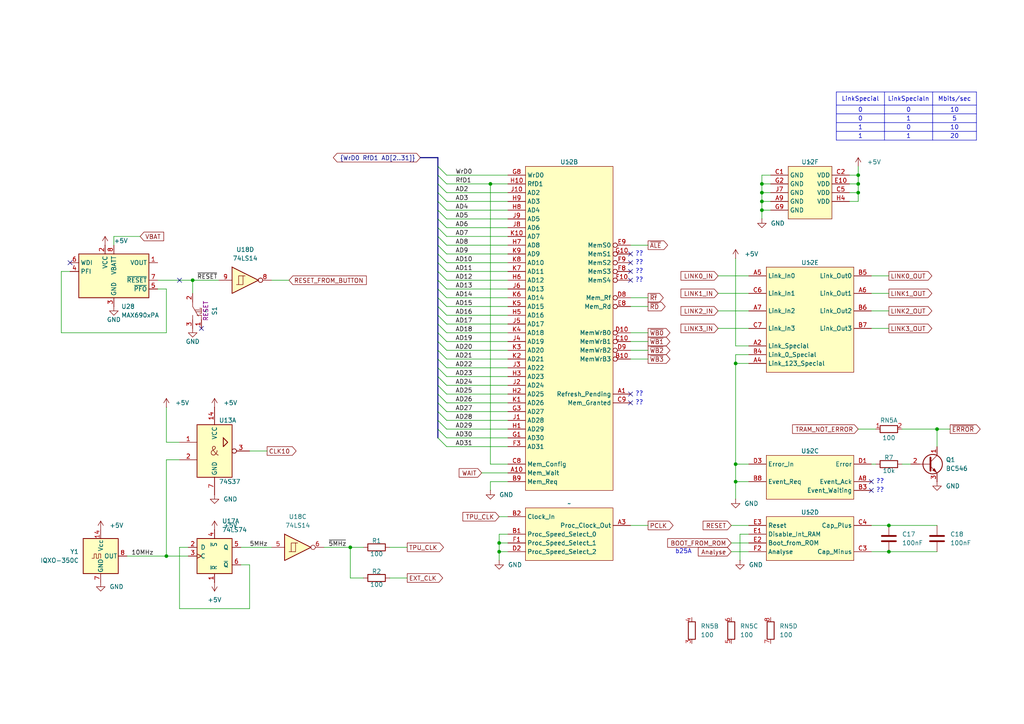
<source format=kicad_sch>
(kicad_sch (version 20250114) (generator "eeschema") (generator_version "9.0")
  (paper "A4")
  (title_block (title "TPU"))
  (lib_symbols
    (symbol "74xx:74LS14" (pin_names (offset 1.016))
      (property "Reference" "U" (at 0 1.27 0))
      (property "Value" "74LS14" (at 0 -1.27 0))
      (symbol "74LS14_1_0"
        (polyline (pts (xy -3.81 3.81) (xy -3.81 -3.81) (xy 3.81 0) (xy -3.81 3.81)) (stroke (width 0.254)) (fill (type background)))
        (pin input line (at -7.62 0 0) (length 3.81) (name "~") (number "1"))
        (pin output inverted (at 7.62 0 180) (length 3.81) (name "~") (number "2"))
      )
      (symbol "74LS14_1_1"
        (polyline (pts (xy -2.54 -1.27) (xy -0.635 -1.27) (xy -0.635 1.27) (xy 0 1.27)))
        (polyline (pts (xy -1.905 -1.27) (xy -1.905 1.27) (xy -0.635 1.27)))
      )
      (symbol "74LS14_2_0"
        (polyline (pts (xy -3.81 3.81) (xy -3.81 -3.81) (xy 3.81 0) (xy -3.81 3.81)) (stroke (width 0.254)) (fill (type background)))
        (pin input line (at -7.62 0 0) (length 3.81) (name "~") (number "3"))
        (pin output inverted (at 7.62 0 180) (length 3.81) (name "~") (number "4"))
      )
      (symbol "74LS14_2_1"
        (polyline (pts (xy -2.54 -1.27) (xy -0.635 -1.27) (xy -0.635 1.27) (xy 0 1.27)))
        (polyline (pts (xy -1.905 -1.27) (xy -1.905 1.27) (xy -0.635 1.27)))
      )
      (symbol "74LS14_3_0"
        (polyline (pts (xy -3.81 3.81) (xy -3.81 -3.81) (xy 3.81 0) (xy -3.81 3.81)) (stroke (width 0.254)) (fill (type background)))
        (pin input line (at -7.62 0 0) (length 3.81) (name "~") (number "5"))
        (pin output inverted (at 7.62 0 180) (length 3.81) (name "~") (number "6"))
      )
      (symbol "74LS14_3_1"
        (polyline (pts (xy -2.54 -1.27) (xy -0.635 -1.27) (xy -0.635 1.27) (xy 0 1.27)))
        (polyline (pts (xy -1.905 -1.27) (xy -1.905 1.27) (xy -0.635 1.27)))
      )
      (symbol "74LS14_4_0"
        (polyline (pts (xy -3.81 3.81) (xy -3.81 -3.81) (xy 3.81 0) (xy -3.81 3.81)) (stroke (width 0.254)) (fill (type background)))
        (pin input line (at -7.62 0 0) (length 3.81) (name "~") (number "9"))
        (pin output inverted (at 7.62 0 180) (length 3.81) (name "~") (number "8"))
      )
      (symbol "74LS14_4_1"
        (polyline (pts (xy -2.54 -1.27) (xy -0.635 -1.27) (xy -0.635 1.27) (xy 0 1.27)))
        (polyline (pts (xy -1.905 -1.27) (xy -1.905 1.27) (xy -0.635 1.27)))
      )
      (symbol "74LS14_5_0"
        (polyline (pts (xy -3.81 3.81) (xy -3.81 -3.81) (xy 3.81 0) (xy -3.81 3.81)) (stroke (width 0.254)) (fill (type background)))
        (pin input line (at -7.62 0 0) (length 3.81) (name "~") (number "11"))
        (pin output inverted (at 7.62 0 180) (length 3.81) (name "~") (number "10"))
      )
      (symbol "74LS14_5_1"
        (polyline (pts (xy -2.54 -1.27) (xy -0.635 -1.27) (xy -0.635 1.27) (xy 0 1.27)))
        (polyline (pts (xy -1.905 -1.27) (xy -1.905 1.27) (xy -0.635 1.27)))
      )
      (symbol "74LS14_6_0"
        (polyline (pts (xy -3.81 3.81) (xy -3.81 -3.81) (xy 3.81 0) (xy -3.81 3.81)) (stroke (width 0.254)) (fill (type background)))
        (pin input line (at -7.62 0 0) (length 3.81) (name "~") (number "13"))
        (pin output inverted (at 7.62 0 180) (length 3.81) (name "~") (number "12"))
      )
      (symbol "74LS14_6_1"
        (polyline (pts (xy -2.54 -1.27) (xy -0.635 -1.27) (xy -0.635 1.27) (xy 0 1.27)))
        (polyline (pts (xy -1.905 -1.27) (xy -1.905 1.27) (xy -0.635 1.27)))
      )
      (symbol "74LS14_7_0"
        (pin power_in line (at 0 12.7 270) (length 5.08) (name "VCC") (number "14"))
        (pin power_in line (at 0 -12.7 90) (length 5.08) (name "GND") (number "7"))
      )
      (symbol "74LS14_7_1"
        (rectangle (start -5.08 7.62) (end 5.08 -7.62) (stroke (width 0.254)) (fill (type background)))
      )
    )
    (symbol "74xx:74LS74" (pin_names (offset 1.016))
      (property "Reference" "U" (at -7.62 8.89 0))
      (property "Value" "74LS74" (at -7.62 -8.89 0))
      (symbol "74LS74_1_0"
        (pin input line (at -7.62 2.54 0) (length 2.54) (name "D") (number "2"))
        (pin input clock (at -7.62 0 0) (length 2.54) (name "C") (number "3"))
        (pin input line (at 0 7.62 270) (length 2.54) (name "~{S}") (number "4"))
        (pin input line (at 0 -7.62 90) (length 2.54) (name "~{R}") (number "1"))
        (pin output line (at 7.62 2.54 180) (length 2.54) (name "Q") (number "5"))
        (pin output line (at 7.62 -2.54 180) (length 2.54) (name "~{Q}") (number "6"))
      )
      (symbol "74LS74_1_1"
        (rectangle (start -5.08 5.08) (end 5.08 -5.08) (stroke (width 0.254)) (fill (type background)))
      )
      (symbol "74LS74_2_0"
        (pin input line (at -7.62 2.54 0) (length 2.54) (name "D") (number "12"))
        (pin input clock (at -7.62 0 0) (length 2.54) (name "C") (number "11"))
        (pin input line (at 0 7.62 270) (length 2.54) (name "~{S}") (number "10"))
        (pin input line (at 0 -7.62 90) (length 2.54) (name "~{R}") (number "13"))
        (pin output line (at 7.62 2.54 180) (length 2.54) (name "Q") (number "9"))
        (pin output line (at 7.62 -2.54 180) (length 2.54) (name "~{Q}") (number "8"))
      )
      (symbol "74LS74_2_1"
        (rectangle (start -5.08 5.08) (end 5.08 -5.08) (stroke (width 0.254)) (fill (type background)))
      )
      (symbol "74LS74_3_0"
        (pin power_in line (at 0 10.16 270) (length 2.54) (name "VCC") (number "14"))
        (pin power_in line (at 0 -10.16 90) (length 2.54) (name "GND") (number "7"))
      )
      (symbol "74LS74_3_1"
        (rectangle (start -5.08 7.62) (end 5.08 -7.62) (stroke (width 0.254)) (fill (type background)))
      )
    )
    (symbol "Device:R_Pack04_SIP_Split" (pin_names (offset 0) (hide yes))
      (property "Reference" "RN" (at 2.032 0 90))
      (property "Value" "R_Pack04_SIP_Split" (at 0 0 90))
      (symbol "R_Pack04_SIP_Split_0_1"
        (rectangle (start 1.016 2.54) (end -1.016 -2.54) (stroke (width 0.254)))
      )
      (symbol "R_Pack04_SIP_Split_1_1"
        (pin passive line (at 0 3.81 270) (length 1.27) (name "R1.2") (number "2"))
        (pin passive line (at 0 -3.81 90) (length 1.27) (name "R1.1") (number "1"))
      )
      (symbol "R_Pack04_SIP_Split_2_1"
        (pin passive line (at 0 3.81 270) (length 1.27) (name "R2.2") (number "4"))
        (pin passive line (at 0 -3.81 90) (length 1.27) (name "R2.1") (number "3"))
      )
      (symbol "R_Pack04_SIP_Split_3_1"
        (pin passive line (at 0 3.81 270) (length 1.27) (name "R3.2") (number "6"))
        (pin passive line (at 0 -3.81 90) (length 1.27) (name "R3.1") (number "5"))
      )
      (symbol "R_Pack04_SIP_Split_4_1"
        (pin passive line (at 0 3.81 270) (length 1.27) (name "R4.2") (number "8"))
        (pin passive line (at 0 -3.81 90) (length 1.27) (name "R4.1") (number "7"))
      )
    )
    (symbol "Georg:74S37"
      (property "Reference" "D" (at 1.27 8.89 0))
      (property "Value" "74S37" (at 1.27 -8.89 0))
      (symbol "74S37_0_0"
        (polyline (pts (xy 2.54 3.81) (xy 2.54 1.27) (xy 3.81 2.54) (xy 2.54 3.81) (xy 2.54 3.81)) (stroke (width 0.254)) (fill (type background)))
        (text "&" (at 0 0 0) (effects (font (size 2.54 2.54))))
        (pin power_in line (at 0 -12.7 90) (length 5.08) (name "GND") (number "7"))
      )
      (symbol "74S37_0_1"
        (rectangle (start -5.08 7.62) (end 5.08 -7.62) (stroke (width 0.254)) (fill (type background)))
        (pin power_in line (at 0 12.7 270) (length 5.08) (name "VCC") (number "14"))
      )
      (symbol "74S37_1_1"
        (pin input line (at -10.16 2.54 0) (length 5.08) (name "~") (number "1"))
        (pin input line (at -10.16 -2.54 0) (length 5.08) (name "~") (number "2"))
        (pin output inverted (at 10.16 0 180) (length 5.08) (name "~") (number "3"))
      )
      (symbol "74S37_2_1"
        (pin input line (at -10.16 2.54 0) (length 5.08) (name "~") (number "4"))
        (pin input line (at -10.16 -2.54 0) (length 5.08) (name "~") (number "5"))
        (pin output inverted (at 10.16 0 180) (length 5.08) (name "~") (number "6"))
      )
      (symbol "74S37_3_1"
        (pin input line (at -10.16 2.54 0) (length 5.08) (name "~") (number "9"))
        (pin input line (at -10.16 -2.54 0) (length 5.08) (name "~") (number "10"))
        (pin output inverted (at 10.16 0 180) (length 5.08) (name "~") (number "8"))
      )
      (symbol "74S37_4_1"
        (pin input line (at -10.16 2.54 0) (length 5.08) (name "~") (number "12"))
        (pin input line (at -10.16 -2.54 0) (length 5.08) (name "~") (number "13"))
        (pin output inverted (at 10.16 0 180) (length 5.08) (name "~") (number "11"))
      )
    )
    (symbol "Georg:C_5.08mm" (pin_numbers (hide yes)) (pin_names (offset 0.254))
      (property "Reference" "C" (at 0.635 2.54 0))
      (symbol "C_5.08mm_0_1"
        (polyline (pts (xy -2.032 0.762) (xy 2.032 0.762)) (stroke (width 0.508)))
        (polyline (pts (xy -2.032 -0.762) (xy 2.032 -0.762)) (stroke (width 0.508)))
      )
      (symbol "C_5.08mm_1_1"
        (pin passive line (at 0 3.81 270) (length 2.794) (name "~") (number "1"))
        (pin passive line (at 0 -3.81 90) (length 2.794) (name "~") (number "2"))
      )
    )
    (symbol "Georg:IQXO-350C" (pin_names (offset 0.254))
      (property "Reference" "G" (at -5.08 6.35 0))
      (property "Value" "IQXO-350C" (at 1.27 -6.35 0))
      (symbol "IQXO-350C_0_1"
        (rectangle (start -5.08 5.08) (end 5.08 -5.08) (stroke (width 0.254)) (fill (type background)))
        (polyline (pts (xy -2.54 -0.635) (xy -1.905 -0.635) (xy -1.905 0.635) (xy -1.27 0.635) (xy -1.27 -0.635) (xy -0.635 -0.635) (xy -0.635 0.635) (xy 0 0.635) (xy 0 -0.635)))
      )
      (symbol "IQXO-350C_1_1"
        (pin no_connect line (at -7.62 0 0) (length 2.54) (hide yes) (name "NC") (number "1"))
        (pin power_in line (at 0 7.62 270) (length 2.54) (name "Vcc") (number "14"))
        (pin power_in line (at 0 -7.62 90) (length 2.54) (name "GND") (number "7"))
        (pin output line (at 7.62 0 180) (length 2.54) (name "OUT") (number "8"))
      )
    )
    (symbol "Georg:R_10.16mm" (pin_numbers (hide yes)) (pin_names (offset 0.254) (hide yes))
      (property "Reference" "R" (at 1.27 0 0))
      (symbol "R_10.16mm_0_1"
        (rectangle (start -1.016 2.54) (end 1.016 -2.54) (stroke (width 0.254)))
      )
      (symbol "R_10.16mm_1_1"
        (pin passive line (at 0 3.81 270) (length 1.27) (name "~") (number "2"))
        (pin passive line (at 0 -3.81 90) (length 1.27) (name "~") (number "1"))
      )
    )
    (symbol "Transistor_BJT:BC546" (pin_names (offset 0) (hide yes))
      (property "Reference" "Q" (at 5.08 1.905 0))
      (property "Value" "BC546" (at 5.08 0 0))
      (symbol "BC546_0_1"
        (polyline (pts (xy -2.54 0) (xy 0.635 0)))
        (polyline (pts (xy 0.635 1.905) (xy 0.635 -1.905)) (stroke (width 0.508)))
        (circle (center 1.27 0) (radius 2.8194) (stroke (width 0.254)))
      )
      (symbol "BC546_1_1"
        (polyline (pts (xy 0.635 0.635) (xy 2.54 2.54)))
        (polyline (pts (xy 0.635 -0.635) (xy 2.54 -2.54)))
        (polyline (pts (xy 1.27 -1.778) (xy 1.778 -1.27) (xy 2.286 -2.286) (xy 1.27 -1.778)) (fill (type outline)))
        (pin input line (at -5.08 0 0) (length 2.54) (name "B") (number "2"))
        (pin passive line (at 2.54 5.08 270) (length 2.54) (name "C") (number "1"))
        (pin passive line (at 2.54 -5.08 90) (length 2.54) (name "E") (number "3"))
      )
    )
    (symbol "georg:IMST805-G25S"
      (property "Reference" "U" (at 0 3.81 0))
      (symbol "IMST805-G25S_1_1"
        (rectangle (start -12.7 2.54) (end 12.7 -12.7) (fill (type background)))
        (pin input line (at -17.78 0 0) (length 5.08) (name "Clock_In") (number "B2"))
        (pin input line (at -17.78 -5.08 0) (length 5.08) (name "Proc_Speed_Select_0") (number "B1"))
        (pin input line (at -17.78 -7.62 0) (length 5.08) (name "Proc_Speed_Select_1") (number "F1"))
        (pin input line (at -17.78 -10.16 0) (length 5.08) (name "Proc_Speed_Select_2") (number "D2"))
        (pin output line (at 17.78 -2.54 180) (length 5.08) (name "Proc_Clock_Out") (number "A3"))
      )
      (symbol "IMST805-G25S_2_1"
        (rectangle (start -12.7 2.54) (end 12.7 -91.44) (fill (type background)))
        (pin bidirectional line (at -17.78 0 0) (length 5.08) (name "WrD0") (number "G8"))
        (pin bidirectional line (at -17.78 -2.54 0) (length 5.08) (name "RfD1") (number "H10"))
        (pin bidirectional line (at -17.78 -5.08 0) (length 5.08) (name "AD2") (number "J10"))
        (pin bidirectional line (at -17.78 -7.62 0) (length 5.08) (name "AD3") (number "H9"))
        (pin bidirectional line (at -17.78 -10.16 0) (length 5.08) (name "AD4") (number "H8"))
        (pin bidirectional line (at -17.78 -12.7 0) (length 5.08) (name "AD5") (number "J9"))
        (pin bidirectional line (at -17.78 -15.24 0) (length 5.08) (name "AD6") (number "J8"))
        (pin bidirectional line (at -17.78 -17.78 0) (length 5.08) (name "AD7") (number "K10"))
        (pin bidirectional line (at -17.78 -20.32 0) (length 5.08) (name "AD8") (number "H7"))
        (pin bidirectional line (at -17.78 -22.86 0) (length 5.08) (name "AD9") (number "K9"))
        (pin bidirectional line (at -17.78 -25.4 0) (length 5.08) (name "AD10") (number "K8"))
        (pin bidirectional line (at -17.78 -27.94 0) (length 5.08) (name "AD11") (number "K7"))
        (pin bidirectional line (at -17.78 -30.48 0) (length 5.08) (name "AD12") (number "H6"))
        (pin bidirectional line (at -17.78 -33.02 0) (length 5.08) (name "AD13") (number "J6"))
        (pin bidirectional line (at -17.78 -35.56 0) (length 5.08) (name "AD14") (number "K6"))
        (pin bidirectional line (at -17.78 -38.1 0) (length 5.08) (name "AD15") (number "K5"))
        (pin bidirectional line (at -17.78 -40.64 0) (length 5.08) (name "AD16") (number "H5"))
        (pin bidirectional line (at -17.78 -43.18 0) (length 5.08) (name "AD17") (number "J5"))
        (pin bidirectional line (at -17.78 -45.72 0) (length 5.08) (name "AD18") (number "K4"))
        (pin bidirectional line (at -17.78 -48.26 0) (length 5.08) (name "AD19") (number "J4"))
        (pin bidirectional line (at -17.78 -50.8 0) (length 5.08) (name "AD20") (number "K3"))
        (pin bidirectional line (at -17.78 -53.34 0) (length 5.08) (name "AD21") (number "K2"))
        (pin bidirectional line (at -17.78 -55.88 0) (length 5.08) (name "AD22") (number "J3"))
        (pin bidirectional line (at -17.78 -58.42 0) (length 5.08) (name "AD23") (number "H3"))
        (pin bidirectional line (at -17.78 -60.96 0) (length 5.08) (name "AD24") (number "J2"))
        (pin bidirectional line (at -17.78 -63.5 0) (length 5.08) (name "AD25") (number "H2"))
        (pin bidirectional line (at -17.78 -66.04 0) (length 5.08) (name "AD26") (number "K1"))
        (pin bidirectional line (at -17.78 -68.58 0) (length 5.08) (name "AD27") (number "G3"))
        (pin bidirectional line (at -17.78 -71.12 0) (length 5.08) (name "AD28") (number "J1"))
        (pin bidirectional line (at -17.78 -73.66 0) (length 5.08) (name "AD29") (number "H1"))
        (pin bidirectional line (at -17.78 -76.2 0) (length 5.08) (name "AD30") (number "G1"))
        (pin bidirectional line (at -17.78 -78.74 0) (length 5.08) (name "AD31") (number "F3"))
        (pin input line (at -17.78 -83.82 0) (length 5.08) (name "Mem_Config") (number "C8"))
        (pin input line (at -17.78 -86.36 0) (length 5.08) (name "Mem_Wait") (number "A10"))
        (pin input line (at -17.78 -88.9 0) (length 5.08) (name "Mem_Req") (number "B9"))
        (pin output inverted (at 17.78 -20.32 180) (length 5.08) (name "MemS0") (number "E9"))
        (pin output inverted (at 17.78 -22.86 180) (length 5.08) (name "MemS1") (number "G10"))
        (pin output inverted (at 17.78 -25.4 180) (length 5.08) (name "MemS2") (number "F9"))
        (pin output inverted (at 17.78 -27.94 180) (length 5.08) (name "MemS3") (number "F8"))
        (pin output inverted (at 17.78 -30.48 180) (length 5.08) (name "MemS4") (number "F10"))
        (pin output inverted (at 17.78 -35.56 180) (length 5.08) (name "Mem_Rf") (number "D8"))
        (pin output inverted (at 17.78 -38.1 180) (length 5.08) (name "Mem_Rd") (number "E8"))
        (pin output inverted (at 17.78 -45.72 180) (length 5.08) (name "MemWrB0") (number "D10"))
        (pin output inverted (at 17.78 -48.26 180) (length 5.08) (name "MemWrB1") (number "C10"))
        (pin output inverted (at 17.78 -50.8 180) (length 5.08) (name "MemWrB2") (number "D9"))
        (pin output inverted (at 17.78 -53.34 180) (length 5.08) (name "MemWrB3") (number "B10"))
        (pin output line (at 17.78 -63.5 180) (length 5.08) (name "Refresh_Pending") (number "A1"))
        (pin output line (at 17.78 -66.04 180) (length 5.08) (name "Mem_Granted") (number "C9"))
      )
      (symbol "IMST805-G25S_3_1"
        (rectangle (start -12.7 2.54) (end 12.7 -10.16) (fill (type background)))
        (pin input line (at -17.78 0 0) (length 5.08) (name "Error_In") (number "D3"))
        (pin input line (at -17.78 -5.08 0) (length 5.08) (name "Event_Req") (number "B8"))
        (pin output line (at 17.78 0 180) (length 5.08) (name "Error") (number "D1"))
        (pin output line (at 17.78 -5.08 180) (length 5.08) (name "Event_Ack") (number "A8"))
        (pin output line (at 17.78 -7.62 180) (length 5.08) (name "Event_Waiting") (number "B3"))
      )
      (symbol "IMST805-G25S_4_1"
        (rectangle (start -12.7 2.54) (end 12.7 -10.16) (fill (type background)))
        (pin input line (at -17.78 0 0) (length 5.08) (name "Reset") (number "E3"))
        (pin input line (at -17.78 -2.54 0) (length 5.08) (name "Disable_Int_RAM") (number "E1"))
        (pin input line (at -17.78 -5.08 0) (length 5.08) (name "Boot_from_ROM") (number "E2"))
        (pin input line (at -17.78 -7.62 0) (length 5.08) (name "Analyse") (number "F2"))
        (pin passive line (at 17.78 0 180) (length 5.08) (name "Cap_Plus") (number "C4"))
        (pin passive line (at 17.78 -7.62 180) (length 5.08) (name "Cap_Minus") (number "C3"))
      )
      (symbol "IMST805-G25S_5_1"
        (rectangle (start -12.7 2.54) (end 12.7 -27.94) (fill (type background)))
        (pin input line (at -17.78 0 0) (length 5.08) (name "Link_In0") (number "A5"))
        (pin input line (at -17.78 -5.08 0) (length 5.08) (name "Link_In1") (number "C6"))
        (pin input line (at -17.78 -10.16 0) (length 5.08) (name "Link_In2") (number "A7"))
        (pin input line (at -17.78 -15.24 0) (length 5.08) (name "Link_In3") (number "C7"))
        (pin input line (at -17.78 -20.32 0) (length 5.08) (name "Link_Special") (number "A2"))
        (pin input line (at -17.78 -22.86 0) (length 5.08) (name "Link_0_Special") (number "B4"))
        (pin input line (at -17.78 -25.4 0) (length 5.08) (name "Link_123_Special") (number "A4"))
        (pin output line (at 17.78 0 180) (length 5.08) (name "Link_Out0") (number "B5"))
        (pin output line (at 17.78 -5.08 180) (length 5.08) (name "Link_Out1") (number "A6"))
        (pin output line (at 17.78 -10.16 180) (length 5.08) (name "Link_Out2") (number "B6"))
        (pin output line (at 17.78 -15.24 180) (length 5.08) (name "Link_Out3") (number "B7"))
      )
      (symbol "IMST805-G25S_6_1"
        (rectangle (start -6.35 2.54) (end 6.35 -12.7) (fill (type background)))
        (pin power_in line (at -11.43 0 0) (length 5.08) (name "GND") (number "C1"))
        (pin power_in line (at -11.43 -2.54 0) (length 5.08) (name "GND") (number "G2"))
        (pin power_in line (at -11.43 -5.08 0) (length 5.08) (name "GND") (number "J7"))
        (pin power_in line (at -11.43 -7.62 0) (length 5.08) (name "GND") (number "A9"))
        (pin power_in line (at -11.43 -10.16 0) (length 5.08) (name "GND") (number "G9"))
        (pin power_in line (at 11.43 0 180) (length 5.08) (name "VDD") (number "C2"))
        (pin power_in line (at 11.43 -2.54 180) (length 5.08) (name "VDD") (number "E10"))
        (pin power_in line (at 11.43 -5.08 180) (length 5.08) (name "VDD") (number "C5"))
        (pin power_in line (at 11.43 -7.62 180) (length 5.08) (name "VDD") (number "H4"))
      )
    )
    (symbol "georg:MAX690xPA"
      (property "Reference" "U" (at -9.144 9.144 0))
      (property "Value" "MAX690xPA" (at 2.032 9.144 0))
      (symbol "MAX690xPA_0_1"
        (rectangle (start -10.16 7.62) (end 10.16 -5.08) (stroke (width 0.254)) (fill (type background)))
      )
      (symbol "MAX690xPA_1_1"
        (pin input line (at -12.7 5.08 0) (length 2.54) (name "WDI") (number "6"))
        (pin input line (at -12.7 2.54 0) (length 2.54) (name "PFI") (number "4"))
        (pin power_in line (at -2.54 10.16 270) (length 2.54) (name "VCC") (number "2"))
        (pin power_in line (at 0 10.16 270) (length 2.54) (name "VBATT") (number "8"))
        (pin power_in line (at 0 -7.62 90) (length 2.54) (name "GND") (number "3"))
        (pin power_out line (at 12.7 5.08 180) (length 2.54) (name "VOUT") (number "1"))
        (pin output line (at 12.7 0 180) (length 2.54) (name "~{RESET}") (number "7"))
        (pin output line (at 12.7 -2.54 180) (length 2.54) (name "~{PFO}") (number "5"))
      )
    )
    (symbol "power:+5V" (power) (pin_numbers (hide yes)) (pin_names (offset 0) (hide yes))
      (property "Value" "+5V" (at 0 3.556 0))
      (symbol "+5V_0_1"
        (polyline (pts (xy -0.762 1.27) (xy 0 2.54)))
        (polyline (pts (xy 0 2.54) (xy 0.762 1.27)))
        (polyline (pts (xy 0 0) (xy 0 2.54)))
      )
      (symbol "+5V_1_1"
        (pin power_in line (at 0 0 90) (length 0) (name "~") (number "1"))
      )
    )
    (symbol "power:GND" (power) (pin_numbers (hide yes)) (pin_names (offset 0) (hide yes))
      (property "Value" "GND" (at 0 -3.81 0))
      (symbol "GND_0_1"
        (polyline (pts (xy 0 0) (xy 0 -1.27) (xy 1.27 -1.27) (xy 0 -2.54) (xy -1.27 -1.27) (xy 0 -1.27)))
      )
      (symbol "GND_1_1"
        (pin power_in line (at 0 0 270) (length 0) (name "~") (number "1"))
      )
    )
    (symbol "tpu:1840.6131"
      (property "Reference" "S" (at 0 -1.27 0))
      (symbol "1840.6131_0_0"
        (pin passive line (at -5.08 0 0) (length 2.54) (name "") (number "2"))
        (pin passive line (at 5.08 2.54 180) (length 2.54) (name "") (number "1"))
        (pin passive line (at 5.08 0 180) (length 2.54) (name "") (number "3"))
      )
      (symbol "1840.6131_0_1"
        (polyline (pts (xy -2.54 0) (xy -1.27 0) (xy 1.524 1.651)))
        (polyline (pts (xy -0.762 2.032) (xy -0.762 2.54) (xy 0.762 2.54) (xy 0.762 2.032)))
        (polyline (pts (xy -0.254 2.54) (xy -0.254 0.635)))
        (polyline (pts (xy 0.254 2.54) (xy 0.254 0.889)))
        (polyline (pts (xy 1.27 2.54) (xy 1.27 1.27)))
        (polyline (pts (xy 2.54 2.54) (xy 1.27 2.54)))
        (polyline (pts (xy 2.54 0) (xy 1.27 0)))
      )
    )
  )
  (text "??" (at 185.42 73.66 0) (effects (font (size 1.27 1.27))))
  (text "??" (at 185.42 114.3 0) (effects (font (size 1.27 1.27))))
  (text "??" (at 185.42 81.28 0) (effects (font (size 1.27 1.27))))
  (text "b25A" (at 200.66 160.02 0) (effects (font (size 1.27 1.27)) (justify right)))
  (text "??" (at 185.42 76.2 0) (effects (font (size 1.27 1.27))))
  (text "??" (at 185.42 116.84 0) (effects (font (size 1.27 1.27))))
  (text "??" (at 255.27 142.24 0) (effects (font (size 1.27 1.27))))
  (text "??" (at 255.27 139.7 0) (effects (font (size 1.27 1.27))))
  (text "??" (at 185.42 78.74 0) (effects (font (size 1.27 1.27))))
  (junction (at 55.88 81.28))
  (junction (at 248.92 55.88))
  (junction (at 257.81 160.02))
  (junction (at 220.98 55.88))
  (junction (at 144.78 160.02))
  (junction (at 48.26 161.29))
  (junction (at 144.78 157.48))
  (junction (at 271.78 124.46))
  (junction (at 213.36 139.7))
  (junction (at 257.81 152.4))
  (junction (at 220.98 60.96))
  (junction (at 248.92 50.8))
  (junction (at 220.98 53.34))
  (junction (at 213.36 134.62))
  (junction (at 220.98 58.42))
  (junction (at 213.36 105.41))
  (junction (at 101.6 158.75))
  (junction (at 142.24 53.34))
  (junction (at 248.92 53.34))
  (no_connect (at 182.88 114.3))
  (no_connect (at 52.07 81.28))
  (no_connect (at 182.88 76.2))
  (no_connect (at 182.88 78.74))
  (no_connect (at 182.88 116.84))
  (no_connect (at 182.88 81.28))
  (no_connect (at 252.73 142.24))
  (no_connect (at 20.32 76.2))
  (no_connect (at 58.42 95.25))
  (no_connect (at 252.73 139.7))
  (no_connect (at 182.88 73.66))
  (bus_entry (at 129.54 127) (size -2.54 -2.54))
  (bus_entry (at 129.54 91.44) (size -2.54 -2.54))
  (bus_entry (at 129.54 114.3) (size -2.54 -2.54))
  (bus_entry (at 129.54 104.14) (size -2.54 -2.54))
  (bus_entry (at 129.54 53.34) (size -2.54 -2.54))
  (bus_entry (at 129.54 109.22) (size -2.54 -2.54))
  (bus_entry (at 129.54 111.76) (size -2.54 -2.54))
  (bus_entry (at 129.54 81.28) (size -2.54 -2.54))
  (bus_entry (at 129.54 73.66) (size -2.54 -2.54))
  (bus_entry (at 129.54 88.9) (size -2.54 -2.54))
  (bus_entry (at 129.54 86.36) (size -2.54 -2.54))
  (bus_entry (at 129.54 129.54) (size -2.54 -2.54))
  (bus_entry (at 129.54 58.42) (size -2.54 -2.54))
  (bus_entry (at 129.54 63.5) (size -2.54 -2.54))
  (bus_entry (at 129.54 55.88) (size -2.54 -2.54))
  (bus_entry (at 129.54 83.82) (size -2.54 -2.54))
  (bus_entry (at 129.54 66.04) (size -2.54 -2.54))
  (bus_entry (at 129.54 106.68) (size -2.54 -2.54))
  (bus_entry (at 129.54 93.98) (size -2.54 -2.54))
  (bus_entry (at 129.54 116.84) (size -2.54 -2.54))
  (bus_entry (at 129.54 50.8) (size -2.54 -2.54))
  (bus_entry (at 129.54 124.46) (size -2.54 -2.54))
  (bus_entry (at 129.54 119.38) (size -2.54 -2.54))
  (bus_entry (at 129.54 101.6) (size -2.54 -2.54))
  (bus_entry (at 129.54 121.92) (size -2.54 -2.54))
  (bus_entry (at 129.54 96.52) (size -2.54 -2.54))
  (bus_entry (at 129.54 71.12) (size -2.54 -2.54))
  (bus_entry (at 129.54 60.96) (size -2.54 -2.54))
  (bus_entry (at 129.54 76.2) (size -2.54 -2.54))
  (bus_entry (at 129.54 78.74) (size -2.54 -2.54))
  (bus_entry (at 129.54 99.06) (size -2.54 -2.54))
  (bus_entry (at 129.54 68.58) (size -2.54 -2.54))
  (wire (pts (xy 248.92 48.26) (xy 248.92 50.8)))
  (wire (pts (xy 129.54 109.22) (xy 147.32 109.22)))
  (bus (pts (xy 127 93.98) (xy 127 96.52)))
  (wire (pts (xy 129.54 119.38) (xy 147.32 119.38)))
  (bus (pts (xy 127 60.96) (xy 127 63.5)))
  (wire (pts (xy 55.88 81.28) (xy 55.88 85.09)))
  (wire (pts (xy 142.24 53.34) (xy 142.24 134.62)))
  (wire (pts (xy 69.85 163.83) (xy 72.39 163.83)))
  (wire (pts (xy 101.6 158.75) (xy 105.41 158.75)))
  (wire (pts (xy 101.6 167.64) (xy 101.6 158.75)))
  (wire (pts (xy 213.36 144.78) (xy 213.36 139.7)))
  (wire (pts (xy 213.36 102.87) (xy 217.17 102.87)))
  (wire (pts (xy 144.78 157.48) (xy 147.32 157.48)))
  (wire (pts (xy 248.92 50.8) (xy 248.92 53.34)))
  (bus (pts (xy 127 53.34) (xy 127 55.88)))
  (wire (pts (xy 48.26 118.11) (xy 48.26 128.27)))
  (wire (pts (xy 182.88 99.06) (xy 187.96 99.06)))
  (wire (pts (xy 213.36 105.41) (xy 217.17 105.41)))
  (wire (pts (xy 142.24 142.24) (xy 142.24 139.7)))
  (wire (pts (xy 129.54 101.6) (xy 147.32 101.6)))
  (wire (pts (xy 144.78 154.94) (xy 144.78 157.48)))
  (wire (pts (xy 261.62 124.46) (xy 271.78 124.46)))
  (wire (pts (xy 182.88 104.14) (xy 187.96 104.14)))
  (wire (pts (xy 113.03 167.64) (xy 118.11 167.64)))
  (wire (pts (xy 17.78 78.74) (xy 17.78 96.52)))
  (wire (pts (xy 48.26 96.52) (xy 48.26 83.82)))
  (wire (pts (xy 55.88 81.28) (xy 63.5 81.28)))
  (wire (pts (xy 220.98 60.96) (xy 223.52 60.96)))
  (wire (pts (xy 220.98 55.88) (xy 223.52 55.88)))
  (wire (pts (xy 252.73 95.25) (xy 257.81 95.25)))
  (bus (pts (xy 127 81.28) (xy 127 83.82)))
  (wire (pts (xy 129.54 111.76) (xy 147.32 111.76)))
  (wire (pts (xy 40.64 68.58) (xy 33.02 68.58)))
  (wire (pts (xy 213.36 139.7) (xy 217.17 139.7)))
  (wire (pts (xy 113.03 158.75) (xy 118.11 158.75)))
  (wire (pts (xy 129.54 104.14) (xy 147.32 104.14)))
  (bus (pts (xy 127 48.26) (xy 127 50.8)))
  (wire (pts (xy 33.02 68.58) (xy 33.02 71.12)))
  (wire (pts (xy -13.97 172.72) (xy -11.43 172.72)))
  (wire (pts (xy 93.98 158.75) (xy 101.6 158.75)))
  (wire (pts (xy 220.98 55.88) (xy 220.98 53.34)))
  (bus (pts (xy 127 45.72) (xy 127 48.26)))
  (wire (pts (xy 208.28 90.17) (xy 217.17 90.17)))
  (wire (pts (xy 182.88 86.36) (xy 187.96 86.36)))
  (bus (pts (xy 127 101.6) (xy 127 104.14)))
  (wire (pts (xy 246.38 53.34) (xy 248.92 53.34)))
  (wire (pts (xy 182.88 152.4) (xy 187.96 152.4)))
  (bus (pts (xy 127 109.22) (xy 127 111.76)))
  (wire (pts (xy 129.54 91.44) (xy 147.32 91.44)))
  (bus (pts (xy 127 66.04) (xy 127 68.58)))
  (wire (pts (xy 248.92 58.42) (xy 246.38 58.42)))
  (wire (pts (xy 213.36 105.41) (xy 213.36 134.62)))
  (bus (pts (xy 127 63.5) (xy 127 66.04)))
  (wire (pts (xy 144.78 160.02) (xy 144.78 162.56)))
  (bus (pts (xy 127 83.82) (xy 127 86.36)))
  (bus (pts (xy 127 73.66) (xy 127 76.2)))
  (bus (pts (xy 127 68.58) (xy 127 71.12)))
  (wire (pts (xy 257.81 160.02) (xy 271.78 160.02)))
  (wire (pts (xy 212.09 160.02) (xy 217.17 160.02)))
  (wire (pts (xy 252.73 85.09) (xy 257.81 85.09)))
  (wire (pts (xy 220.98 58.42) (xy 220.98 55.88)))
  (wire (pts (xy 212.09 152.4) (xy 217.17 152.4)))
  (wire (pts (xy 252.73 152.4) (xy 257.81 152.4)))
  (wire (pts (xy 213.36 100.33) (xy 217.17 100.33)))
  (wire (pts (xy 212.09 157.48) (xy 217.17 157.48)))
  (wire (pts (xy 129.54 58.42) (xy 147.32 58.42)))
  (wire (pts (xy 129.54 83.82) (xy 147.32 83.82)))
  (wire (pts (xy 252.73 160.02) (xy 257.81 160.02)))
  (wire (pts (xy 129.54 129.54) (xy 147.32 129.54)))
  (wire (pts (xy 220.98 53.34) (xy 223.52 53.34)))
  (wire (pts (xy 52.07 158.75) (xy 52.07 176.53)))
  (wire (pts (xy 48.26 133.35) (xy 48.26 161.29)))
  (wire (pts (xy 257.81 152.4) (xy 271.78 152.4)))
  (bus (pts (xy 127 121.92) (xy 127 124.46)))
  (wire (pts (xy 182.88 71.12) (xy 187.96 71.12)))
  (wire (pts (xy 254 134.62) (xy 252.73 134.62)))
  (bus (pts (xy 127 99.06) (xy 127 101.6)))
  (wire (pts (xy 182.88 96.52) (xy 187.96 96.52)))
  (wire (pts (xy 213.36 74.93) (xy 213.36 100.33)))
  (wire (pts (xy 78.74 81.28) (xy 83.82 81.28)))
  (wire (pts (xy 129.54 76.2) (xy 147.32 76.2)))
  (wire (pts (xy 129.54 99.06) (xy 147.32 99.06)))
  (wire (pts (xy 129.54 60.96) (xy 147.32 60.96)))
  (bus (pts (xy 127 104.14) (xy 127 106.68)))
  (bus (pts (xy 127 106.68) (xy 127 109.22)))
  (wire (pts (xy 208.28 80.01) (xy 217.17 80.01)))
  (wire (pts (xy 129.54 124.46) (xy 147.32 124.46)))
  (wire (pts (xy 275.59 124.46) (xy 271.78 124.46)))
  (wire (pts (xy 69.85 158.75) (xy 78.74 158.75)))
  (wire (pts (xy 129.54 88.9) (xy 147.32 88.9)))
  (wire (pts (xy 182.88 101.6) (xy 187.96 101.6)))
  (wire (pts (xy 48.26 128.27) (xy 52.07 128.27)))
  (wire (pts (xy 252.73 80.01) (xy 257.81 80.01)))
  (wire (pts (xy 220.98 63.5) (xy 220.98 60.96)))
  (bus (pts (xy 121.92 45.72) (xy 127 45.72)))
  (wire (pts (xy 45.72 81.28) (xy 55.88 81.28)))
  (wire (pts (xy 142.24 134.62) (xy 147.32 134.62)))
  (bus (pts (xy 127 111.76) (xy 127 114.3)))
  (wire (pts (xy 48.26 83.82) (xy 45.72 83.82)))
  (bus (pts (xy 127 114.3) (xy 127 116.84)))
  (wire (pts (xy 248.92 124.46) (xy 254 124.46)))
  (wire (pts (xy 129.54 66.04) (xy 147.32 66.04)))
  (wire (pts (xy 48.26 161.29) (xy 54.61 161.29)))
  (wire (pts (xy 248.92 55.88) (xy 248.92 58.42)))
  (wire (pts (xy 252.73 90.17) (xy 257.81 90.17)))
  (wire (pts (xy 213.36 134.62) (xy 217.17 134.62)))
  (wire (pts (xy 129.54 86.36) (xy 147.32 86.36)))
  (wire (pts (xy 54.61 158.75) (xy 52.07 158.75)))
  (bus (pts (xy 127 91.44) (xy 127 93.98)))
  (wire (pts (xy 220.98 50.8) (xy 223.52 50.8)))
  (wire (pts (xy 139.7 137.16) (xy 147.32 137.16)))
  (wire (pts (xy 129.54 68.58) (xy 147.32 68.58)))
  (bus (pts (xy 127 76.2) (xy 127 78.74)))
  (wire (pts (xy 208.28 85.09) (xy 217.17 85.09)))
  (wire (pts (xy 52.07 176.53) (xy 72.39 176.53)))
  (wire (pts (xy 213.36 105.41) (xy 213.36 102.87)))
  (wire (pts (xy 129.54 81.28) (xy 147.32 81.28)))
  (bus (pts (xy 127 96.52) (xy 127 99.06)))
  (wire (pts (xy 142.24 139.7) (xy 147.32 139.7)))
  (bus (pts (xy 127 88.9) (xy 127 91.44)))
  (wire (pts (xy 129.54 53.34) (xy 142.24 53.34)))
  (wire (pts (xy 52.07 133.35) (xy 48.26 133.35)))
  (bus (pts (xy 127 78.74) (xy 127 81.28)))
  (wire (pts (xy 72.39 130.81) (xy 77.47 130.81)))
  (wire (pts (xy 248.92 53.34) (xy 248.92 55.88)))
  (wire (pts (xy 129.54 106.68) (xy 147.32 106.68)))
  (wire (pts (xy 20.32 78.74) (xy 17.78 78.74)))
  (wire (pts (xy 129.54 55.88) (xy 147.32 55.88)))
  (wire (pts (xy 129.54 63.5) (xy 147.32 63.5)))
  (wire (pts (xy 271.78 124.46) (xy 271.78 129.54)))
  (wire (pts (xy 214.63 154.94) (xy 214.63 162.56)))
  (wire (pts (xy 129.54 71.12) (xy 147.32 71.12)))
  (wire (pts (xy 220.98 58.42) (xy 223.52 58.42)))
  (wire (pts (xy 129.54 96.52) (xy 147.32 96.52)))
  (wire (pts (xy 36.83 161.29) (xy 48.26 161.29)))
  (wire (pts (xy 129.54 93.98) (xy 147.32 93.98)))
  (wire (pts (xy 144.78 149.86) (xy 147.32 149.86)))
  (wire (pts (xy 220.98 53.34) (xy 220.98 50.8)))
  (wire (pts (xy 261.62 134.62) (xy 264.16 134.62)))
  (wire (pts (xy 129.54 50.8) (xy 147.32 50.8)))
  (wire (pts (xy 214.63 154.94) (xy 217.17 154.94)))
  (bus (pts (xy 127 116.84) (xy 127 119.38)))
  (wire (pts (xy 17.78 96.52) (xy 48.26 96.52)))
  (bus (pts (xy 127 71.12) (xy 127 73.66)))
  (wire (pts (xy 129.54 73.66) (xy 147.32 73.66)))
  (wire (pts (xy 129.54 114.3) (xy 147.32 114.3)))
  (wire (pts (xy 72.39 176.53) (xy 72.39 163.83)))
  (bus (pts (xy 127 55.88) (xy 127 58.42)))
  (wire (pts (xy 129.54 127) (xy 147.32 127)))
  (wire (pts (xy 147.32 154.94) (xy 144.78 154.94)))
  (wire (pts (xy 144.78 157.48) (xy 144.78 160.02)))
  (wire (pts (xy 129.54 116.84) (xy 147.32 116.84)))
  (wire (pts (xy 220.98 60.96) (xy 220.98 58.42)))
  (wire (pts (xy 129.54 78.74) (xy 147.32 78.74)))
  (bus (pts (xy 127 86.36) (xy 127 88.9)))
  (wire (pts (xy 182.88 88.9) (xy 187.96 88.9)))
  (bus (pts (xy 127 58.42) (xy 127 60.96)))
  (wire (pts (xy 144.78 160.02) (xy 147.32 160.02)))
  (wire (pts (xy 213.36 139.7) (xy 213.36 134.62)))
  (wire (pts (xy 142.24 53.34) (xy 147.32 53.34)))
  (bus (pts (xy 127 119.38) (xy 127 121.92)))
  (bus (pts (xy 127 50.8) (xy 127 53.34)))
  (wire (pts (xy 246.38 50.8) (xy 248.92 50.8)))
  (wire (pts (xy -13.97 167.64) (xy -11.43 167.64)))
  (wire (pts (xy 208.28 95.25) (xy 217.17 95.25)))
  (bus (pts (xy 127 124.46) (xy 127 127)))
  (wire (pts (xy 129.54 121.92) (xy 147.32 121.92)))
  (wire (pts (xy -11.43 167.64) (xy -11.43 165.1)))
  (wire (pts (xy 105.41 167.64) (xy 101.6 167.64)))
  (wire (pts (xy 246.38 55.88) (xy 248.92 55.88)))
  (table (column_count 3) (border (external yes) (header yes)) (separators (rows yes) (cols yes)) (column_widths 13.97 13.97 12.7) (row_heights 3.81 2.54 2.54 2.54 2.54) (cells (table_cell "LinkSpecial" (at 242.57 26.67 0) (size 13.97 3.81) (margins 0.9525 0.9525 0.9525 0.9525) (span 1 1)) (table_cell "LinkSpecialn" (at 256.54 26.67 0) (size 13.97 3.81) (margins 0.9525 0.9525 0.9525 0.9525) (span 1 1)) (table_cell "Mbits/sec" (at 270.51 26.67 0) (size 12.7 3.81) (margins 0.9525 0.9525 0.9525 0.9525) (span 1 1)) (table_cell "0" (at 242.57 30.48 0) (size 13.97 2.54) (margins 0.9525 0.9525 0.9525 0.9525) (span 1 1)) (table_cell "0" (at 256.54 30.48 0) (size 13.97 2.54) (margins 0.9525 0.9525 0.9525 0.9525) (span 1 1)) (table_cell "10" (at 270.51 30.48 0) (size 12.7 2.54) (margins 0.9525 0.9525 0.9525 0.9525) (span 1 1)) (table_cell "0" (at 242.57 33.02 0) (size 13.97 2.54) (margins 0.9525 0.9525 0.9525 0.9525) (span 1 1)) (table_cell "1" (at 256.54 33.02 0) (size 13.97 2.54) (margins 0.9525 0.9525 0.9525 0.9525) (span 1 1)) (table_cell "5" (at 270.51 33.02 0) (size 12.7 2.54) (margins 0.9525 0.9525 0.9525 0.9525) (span 1 1)) (table_cell "1" (at 242.57 35.56 0) (size 13.97 2.54) (margins 0.9525 0.9525 0.9525 0.9525) (span 1 1)) (table_cell "0" (at 256.54 35.56 0) (size 13.97 2.54) (margins 0.9525 0.9525 0.9525 0.9525) (span 1 1)) (table_cell "10" (at 270.51 35.56 0) (size 12.7 2.54) (margins 0.9525 0.9525 0.9525 0.9525) (span 1 1)) (table_cell "1" (at 242.57 38.1 0) (size 13.97 2.54) (margins 0.9525 0.9525 0.9525 0.9525) (span 1 1)) (table_cell "1" (at 256.54 38.1 0) (size 13.97 2.54) (margins 0.9525 0.9525 0.9525 0.9525) (span 1 1)) (table_cell "20" (at 270.51 38.1 0) (size 12.7 2.54) (margins 0.9525 0.9525 0.9525 0.9525) (span 1 1))))
  (label "AD18" (at 132.08 96.52 0))
  (label "AD31" (at 132.08 129.54 0))
  (label "AD11" (at 132.08 78.74 0))
  (label "AD9" (at 132.08 73.66 0))
  (label "AD25" (at 132.08 114.3 0))
  (label "AD5" (at 132.08 63.5 0))
  (label "~{5MHz}" (at 95.25 158.75 0))
  (label "AD16" (at 132.08 91.44 0))
  (label "AD22" (at 132.08 106.68 0))
  (label "AD8" (at 132.08 71.12 0))
  (label "AD30" (at 132.08 127 0))
  (label "5MHz" (at 72.39 158.75 0))
  (label "WrD0" (at 132.08 50.8 0))
  (label "RfD1" (at 132.08 53.34 0))
  (label "AD3" (at 132.08 58.42 0))
  (label "AD29" (at 132.08 124.46 0))
  (label "AD15" (at 132.08 88.9 0))
  (label "AD13" (at 132.08 83.82 0))
  (label "10MHz" (at 38.1 161.29 0))
  (label "AD27" (at 132.08 119.38 0))
  (label "AD4" (at 132.08 60.96 0))
  (label "AD21" (at 132.08 104.14 0))
  (label "AD19" (at 132.08 99.06 0))
  (label "AD26" (at 132.08 116.84 0))
  (label "AD2" (at 132.08 55.88 0))
  (label "AD14" (at 132.08 86.36 0))
  (label "~{RESET}" (at 57.15 81.28 0))
  (label "AD20" (at 132.08 101.6 0))
  (label "AD28" (at 132.08 121.92 0))
  (label "AD12" (at 132.08 81.28 0))
  (label "AD7" (at 132.08 68.58 0))
  (label "AD23" (at 132.08 109.22 0))
  (label "AD17" (at 132.08 93.98 0))
  (label "AD6" (at 132.08 66.04 0))
  (label "AD24" (at 132.08 111.76 0))
  (label "AD10" (at 132.08 76.2 0))
  (global_label "+5V" (shape input) (at -13.97 167.64 180) (property "Intersheetrefs" "${INTERSHEET_REFS}" (effects (hide yes))))
  (global_label "LINK1_OUT" (shape output) (at 257.81 85.09 0) (property "Intersheetrefs" "${INTERSHEET_REFS}" (effects (hide yes))))
  (global_label "TPU_CLK" (shape input) (at 144.78 149.86 180) (property "Intersheetrefs" "${INTERSHEET_REFS}" (effects (hide yes))))
  (global_label "LINK2_IN" (shape input) (at 208.28 90.17 180) (property "Intersheetrefs" "${INTERSHEET_REFS}" (effects (hide yes))))
  (global_label "LINK2_OUT" (shape output) (at 257.81 90.17 0) (property "Intersheetrefs" "${INTERSHEET_REFS}" (effects (hide yes))))
  (global_label "BOOT_FROM_ROM" (shape input) (at 212.09 157.48 180) (property "Intersheetrefs" "${INTERSHEET_REFS}" (effects (hide yes))))
  (global_label "RESET" (shape input) (at 212.09 152.4 180) (property "Intersheetrefs" "${INTERSHEET_REFS}" (effects (hide yes))))
  (global_label "~{ERROR}" (shape output) (at 275.59 124.46 0) (property "Intersheetrefs" "${INTERSHEET_REFS}" (effects (hide yes))))
  (global_label "RESET_FROM_BUTTON" (shape input) (at 83.82 81.28 0) (property "Intersheetrefs" "${INTERSHEET_REFS}" (effects (hide yes))))
  (global_label "{WrD0 RfD1 AD[2..31]}" (shape bidirectional) (at 121.92 45.72 180) (property "Intersheetrefs" "${INTERSHEET_REFS}" (effects (hide yes))))
  (global_label "~{WB0}" (shape output) (at 187.96 96.52 0) (property "Intersheetrefs" "${INTERSHEET_REFS}" (effects (hide yes))))
  (global_label "TPU_CLK" (shape output) (at 118.11 158.75 0) (property "Intersheetrefs" "${INTERSHEET_REFS}" (effects (hide yes))))
  (global_label "WAIT" (shape input) (at 139.7 137.16 180) (property "Intersheetrefs" "${INTERSHEET_REFS}" (effects (hide yes))))
  (global_label "~{WB2}" (shape output) (at 187.96 101.6 0) (property "Intersheetrefs" "${INTERSHEET_REFS}" (effects (hide yes))))
  (global_label "LINK1_IN" (shape input) (at 208.28 85.09 180) (property "Intersheetrefs" "${INTERSHEET_REFS}" (effects (hide yes))))
  (global_label "~{RD}" (shape output) (at 187.96 88.9 0) (property "Intersheetrefs" "${INTERSHEET_REFS}" (effects (hide yes))))
  (global_label "~{WB3}" (shape output) (at 187.96 104.14 0) (property "Intersheetrefs" "${INTERSHEET_REFS}" (effects (hide yes))))
  (global_label "VBAT" (shape input) (at 40.64 68.58 0) (property "Intersheetrefs" "${INTERSHEET_REFS}" (effects (hide yes))))
  (global_label "DM" (shape input) (at -13.97 172.72 180) (property "Intersheetrefs" "${INTERSHEET_REFS}" (effects (hide yes))))
  (global_label "CLK10" (shape output) (at 77.47 130.81 0) (property "Intersheetrefs" "${INTERSHEET_REFS}" (effects (hide yes))))
  (global_label "~{WB1}" (shape output) (at 187.96 99.06 0) (property "Intersheetrefs" "${INTERSHEET_REFS}" (effects (hide yes))))
  (global_label "LINK0_OUT" (shape output) (at 257.81 80.01 0) (property "Intersheetrefs" "${INTERSHEET_REFS}" (effects (hide yes))))
  (global_label "PCLK" (shape output) (at 187.96 152.4 0) (property "Intersheetrefs" "${INTERSHEET_REFS}" (effects (hide yes))))
  (global_label "LINK0_IN" (shape input) (at 208.28 80.01 180) (property "Intersheetrefs" "${INTERSHEET_REFS}" (effects (hide yes))))
  (global_label "Analyse" (shape input) (at 212.09 160.02 180) (property "Intersheetrefs" "${INTERSHEET_REFS}" (effects (hide yes))))
  (global_label "EXT_CLK" (shape output) (at 118.11 167.64 0) (property "Intersheetrefs" "${INTERSHEET_REFS}" (effects (hide yes))))
  (global_label "~{Rf}" (shape output) (at 187.96 86.36 0) (property "Intersheetrefs" "${INTERSHEET_REFS}" (effects (hide yes))))
  (global_label "LINK3_IN" (shape input) (at 208.28 95.25 180) (property "Intersheetrefs" "${INTERSHEET_REFS}" (effects (hide yes))))
  (global_label "TRAM_NOT_ERROR" (shape input) (at 248.92 124.46 180) (property "Intersheetrefs" "${INTERSHEET_REFS}" (effects (hide yes))))
  (global_label "~{ALE}" (shape output) (at 187.96 71.12 0) (property "Intersheetrefs" "${INTERSHEET_REFS}" (effects (hide yes))))
  (global_label "LINK3_OUT" (shape output) (at 257.81 95.25 0) (property "Intersheetrefs" "${INTERSHEET_REFS}" (effects (hide yes))))
  (symbol (lib_id "power:GND") (at 271.78 139.7 0) (unit 1)
    (property "Reference" "#PWR0208" (effects (hide yes)))
    (property "Value" "GND" (at 274.32 140.9699 0) (effects (justify left)))
    (property "Description" "Power symbol creates a global label with name \"GND\" , ground" (effects (hide yes)))
  )
  (symbol (lib_id "Transistor_BJT:BC546") (at 269.24 134.62 0) (unit 1)
    (property "Reference" "Q1" (at 274.32 133.3499 0) (effects (justify left)))
    (property "Value" "BC546" (at 274.32 135.8899 0) (effects (justify left)))
    (property "Footprint" "Package_TO_SOT_THT:TO-92_Inline" (effects (hide yes)))
    (property "Datasheet" "https://www.onsemi.com/pub/Collateral/BC550-D.pdf" (effects (hide yes)))
    (property "Description" "0.1A Ic, 65V Vce, Small Signal NPN Transistor, TO-92" (effects (hide yes)))
  )
  (symbol (lib_id "power:GND") (at 33.02 88.9 0) (unit 1)
    (property "Reference" "#PWR075" (effects (hide yes)))
    (property "Value" "GND" (at 33.02 92.71 0))
    (property "Description" "Power symbol creates a global label with name \"GND\" , ground" (effects (hide yes)))
  )
  (symbol (lib_id "74xx:74LS14") (at 71.12 81.28 0) (unit 4)
    (property "Reference" "U18" (at 71.12 72.39 0))
    (property "Value" "74LS14" (at 71.12 74.93 0))
    (property "Datasheet" "http://www.ti.com/lit/gpn/sn74LS14" (effects (hide yes)))
    (property "Description" "Hex inverter schmitt trigger" (effects (hide yes)))
  )
  (symbol (lib_id "georg:IMST805-G25S") (at 234.95 80.01 0) (unit 5)
    (property "Reference" "U12" (at 234.95 76.2 0))
    (property "Value" "~" (at 234.95 76.2 0))
    (property "Footprint" "tpu:84pin grid array" (effects (hide yes)))
  )
  (symbol (lib_id "power:+5V") (at 213.36 74.93 0) (unit 1)
    (property "Reference" "#PWR0179" (effects (hide yes)))
    (property "Value" "+5V" (at 215.9 73.6599 0) (effects (justify left)))
    (property "Description" "Power symbol creates a global label with name \"+5V\"" (effects (hide yes)))
  )
  (symbol (lib_id "power:GND") (at 144.78 162.56 0) (unit 1)
    (property "Reference" "#PWR0177" (effects (hide yes)))
    (property "Value" "GND" (at 147.32 163.8299 0) (effects (justify left)))
    (property "Description" "Power symbol creates a global label with name \"GND\" , ground" (effects (hide yes)))
  )
  (symbol (lib_id "power:+5V") (at 248.92 48.26 0) (unit 1)
    (property "Reference" "#PWR0176" (effects (hide yes)))
    (property "Value" "+5V" (at 251.46 46.9899 0) (effects (justify left)))
    (property "Description" "Power symbol creates a global label with name \"+5V\"" (effects (hide yes)))
  )
  (symbol (lib_id "georg:IMST805-G25S") (at 165.1 149.86 0) (unit 1)
    (property "Reference" "U12" (effects (hide yes)))
    (property "Value" "~" (at 165.1 146.05 0))
    (property "Footprint" "tpu:84pin grid array" (effects (hide yes)))
  )
  (symbol (lib_id "georg:MAX690xPA") (at 33.02 81.28 0) (unit 1)
    (property "Reference" "U28" (at 35.1633 88.9 0) (effects (justify left)))
    (property "Value" "MAX690xPA" (at 35.1633 91.44 0) (effects (justify left)))
    (property "Footprint" "tpu:DIP-8_W7.62mm-tight" (effects (hide yes)))
    (property "Datasheet" "https://www.analog.com/media/en/technical-documentation/data-sheets/max690-max695.pdf" (effects (hide yes)))
    (property "Description" "Microprocessor Supervisory Circuit, Battery-Backup Power Switching, Power-Fail Comparator, VCC 4.75...5.5V, VBATT 2.0...4.25V, Reset Voltage Threshold 4.65V, Reset Timeout Delay 50ms, Watchdog Timeout 1.6s, DIP-8" (effects (hide yes)))
  )
  (symbol (lib_id "Georg:R_10.16mm") (at 109.22 167.64 90) (unit 1)
    (property "Reference" "R2" (at 109.22 165.735 90))
    (property "Value" "100" (at 109.22 169.545 90))
    (property "Footprint" "Georg:R_10.16mm" (effects (hide yes)))
    (property "Description" "Resistor, small symbol" (effects (hide yes)))
  )
  (symbol (lib_id "power:GND") (at 142.24 142.24 0) (unit 1)
    (property "Reference" "#PWR045" (effects (hide yes)))
    (property "Value" "GND" (at 144.78 143.5099 0) (effects (justify left)))
    (property "Description" "Power symbol creates a global label with name \"GND\" , ground" (effects (hide yes)))
  )
  (symbol (lib_id "power:GND") (at 220.98 63.5 0) (unit 1)
    (property "Reference" "#PWR0175" (effects (hide yes)))
    (property "Value" "GND" (at 223.52 64.7699 0) (effects (justify left)))
    (property "Description" "Power symbol creates a global label with name \"GND\" , ground" (effects (hide yes)))
  )
  (symbol (lib_id "power:GND") (at 214.63 162.56 0) (unit 1)
    (property "Reference" "#PWR044" (effects (hide yes)))
    (property "Value" "GND" (at 217.17 163.8299 0) (effects (justify left)))
    (property "Description" "Power symbol creates a global label with name \"GND\" , ground" (effects (hide yes)))
  )
  (symbol (lib_id "power:+5V") (at 30.48 71.12 0) (unit 1)
    (property "Reference" "#PWR076" (effects (hide yes)))
    (property "Value" "+5V" (at 33.02 69.8499 0) (effects (justify left)))
    (property "Description" "Power symbol creates a global label with name \"+5V\"" (effects (hide yes)))
  )
  (symbol (lib_id "Georg:74S37") (at 62.23 130.81 0) (unit 1)
    (property "Reference" "U13" (at 63.5 121.92 0) (effects (justify left)))
    (property "Value" "74S37" (at 63.5 139.7 0) (effects (justify left)))
    (property "Footprint" "Georg:DIP-14_W7.62mm-tight" (effects (hide yes)))
  )
  (symbol (lib_id "power:+5V") (at 48.26 118.11 0) (unit 1)
    (property "Reference" "#PWR0134" (effects (hide yes)))
    (property "Value" "+5V" (at 50.8 116.8399 0) (effects (justify left)))
    (property "Description" "Power symbol creates a global label with name \"+5V\"" (effects (hide yes)))
  )
  (symbol (lib_id "74xx:74LS14") (at 86.36 158.75 0) (unit 3)
    (property "Reference" "U18" (at 86.36 149.86 0))
    (property "Value" "74LS14" (at 86.36 152.4 0))
    (property "Datasheet" "http://www.ti.com/lit/gpn/sn74LS14" (effects (hide yes)))
    (property "Description" "Hex inverter schmitt trigger" (effects (hide yes)))
  )
  (symbol (lib_id "Georg:R_10.16mm") (at 109.22 158.75 90) (unit 1)
    (property "Reference" "R1" (at 109.22 156.845 90))
    (property "Value" "100" (at 109.22 160.655 90))
    (property "Footprint" "Georg:R_10.16mm" (effects (hide yes)))
    (property "Description" "Resistor, small symbol" (effects (hide yes)))
  )
  (symbol (lib_id "power:+5V") (at 62.23 168.91 0) (mirror x) (unit 1)
    (property "Reference" "#PWR050" (effects (hide yes)))
    (property "Value" "+5V" (at 62.23 173.99 0))
    (property "Description" "Power symbol creates a global label with name \"+5V\"" (effects (hide yes)))
  )
  (symbol (lib_id "Georg:R_10.16mm") (at 257.81 134.62 90) (unit 1)
    (property "Reference" "R7" (at 257.81 132.715 90))
    (property "Value" "10k" (at 257.81 136.525 90))
    (property "Footprint" "Georg:R_10.16mm" (effects (hide yes)))
    (property "Description" "Resistor, small symbol" (effects (hide yes)))
  )
  (symbol (lib_id "power:GND") (at -11.43 172.72 0) (unit 1)
    (property "Reference" "#PWR0199" (effects (hide yes)))
    (property "Value" "GND" (at -8.89 173.9899 0) (effects (justify left)))
    (property "Description" "Power symbol creates a global label with name \"GND\" , ground" (effects (hide yes)))
  )
  (symbol (lib_id "tpu:1840.6131") (at 55.88 90.17 270) (unit 1)
    (property "Reference" "S1" (at 62.23 90.17 0))
    (property "Value" "~" (at 59.69 90.17 0))
    (property "Footprint" "tpu:1840.6131" (effects (hide yes)))
    (property "Description" "RESET" (at 59.69 90.17 0))
  )
  (symbol (lib_id "georg:IMST805-G25S") (at 234.95 134.62 0) (unit 3)
    (property "Reference" "U12" (at 234.95 130.81 0))
    (property "Value" "~" (at 234.95 130.81 0))
    (property "Footprint" "tpu:84pin grid array" (effects (hide yes)))
  )
  (symbol (lib_id "georg:IMST805-G25S") (at 165.1 50.8 0) (unit 2)
    (property "Reference" "U12" (at 165.1 46.99 0))
    (property "Value" "~" (at 165.1 46.99 0))
    (property "Footprint" "tpu:84pin grid array" (effects (hide yes)))
  )
  (symbol (lib_id "power:+5V") (at 62.23 118.11 0) (unit 1)
    (property "Reference" "#PWR0131" (effects (hide yes)))
    (property "Value" "+5V" (at 64.77 116.8399 0) (effects (justify left)))
    (property "Description" "Power symbol creates a global label with name \"+5V\"" (effects (hide yes)))
  )
  (symbol (lib_id "power:GND") (at 62.23 143.51 0) (unit 1)
    (property "Reference" "#PWR0125" (effects (hide yes)))
    (property "Value" "GND" (at 64.77 144.7799 0) (effects (justify left)))
    (property "Description" "Power symbol creates a global label with name \"GND\" , ground" (effects (hide yes)))
  )
  (symbol (lib_id "74xx:74LS74") (at 62.23 161.29 0) (unit 1)
    (property "Reference" "U17" (at 64.3733 151.13 0) (effects (justify left)))
    (property "Value" "74LS74" (at 64.3733 153.67 0) (effects (justify left)))
    (property "Datasheet" "74xx/74hc_hct74.pdf" (effects (hide yes)))
    (property "Description" "Dual D Flip-flop, Set & Reset" (effects (hide yes)))
  )
  (symbol (lib_id "power:GND") (at 29.21 168.91 0) (unit 1)
    (property "Reference" "#PWR048" (effects (hide yes)))
    (property "Value" "GND" (at 31.75 170.1799 0) (effects (justify left)))
    (property "Description" "Power symbol creates a global label with name \"GND\" , ground" (effects (hide yes)))
  )
  (symbol (lib_id "power:GND") (at 55.88 95.25 0) (unit 1)
    (property "Reference" "#PWR077" (effects (hide yes)))
    (property "Value" "GND" (at 55.88 99.06 0))
    (property "Description" "Power symbol creates a global label with name \"GND\" , ground" (effects (hide yes)))
  )
  (symbol (lib_id "Georg:IQXO-350C") (at 29.21 161.29 0) (unit 1)
    (property "Reference" "Y1" (at 22.86 160.0199 0) (effects (justify right)))
    (property "Value" "IQXO-350C" (at 22.86 162.5599 0) (effects (justify right)))
    (property "Footprint" "tpu:Oscillator_DIP-14-tight" (effects (hide yes)))
  )
  (symbol (lib_id "georg:IMST805-G25S") (at 234.95 152.4 0) (unit 4)
    (property "Reference" "U12" (at 234.95 148.59 0))
    (property "Value" "~" (at 234.95 148.59 0))
    (property "Footprint" "tpu:84pin grid array" (effects (hide yes)))
  )
  (symbol (lib_id "georg:IMST805-G25S") (at 234.95 50.8 0) (unit 6)
    (property "Reference" "U12" (at 234.95 46.99 0))
    (property "Value" "~" (at 234.95 46.99 0))
    (property "Footprint" "tpu:84pin grid array" (effects (hide yes)))
  )
  (symbol (lib_id "power:+5V") (at 62.23 153.67 0) (unit 1)
    (property "Reference" "#PWR049" (effects (hide yes)))
    (property "Value" "+5V" (at 64.77 152.3999 0) (effects (justify left)))
    (property "Description" "Power symbol creates a global label with name \"+5V\"" (effects (hide yes)))
  )
  (symbol (lib_id "Device:R_Pack04_SIP_Split") (at 223.52 182.88 0) (unit 4)
    (property "Reference" "RN5" (at 226.06 181.6099 0) (effects (justify left)))
    (property "Value" "100" (at 226.06 184.1499 0) (effects (justify left)))
    (property "Footprint" "Resistor_THT:R_Array_SIP8" (effects (hide yes)))
    (property "Datasheet" "http://www.vishay.com/docs/31509/csc.pdf" (effects (hide yes)))
    (property "Description" "4 resistor network, parallel topology, SIP package, split" (effects (hide yes)))
  )
  (symbol (lib_id "Device:R_Pack04_SIP_Split") (at 212.09 182.88 0) (unit 3)
    (property "Reference" "RN5" (at 214.63 181.6099 0) (effects (justify left)))
    (property "Value" "100" (at 214.63 184.1499 0) (effects (justify left)))
    (property "Footprint" "Resistor_THT:R_Array_SIP8" (effects (hide yes)))
    (property "Datasheet" "http://www.vishay.com/docs/31509/csc.pdf" (effects (hide yes)))
    (property "Description" "4 resistor network, parallel topology, SIP package, split" (effects (hide yes)))
  )
  (symbol (lib_id "Device:R_Pack04_SIP_Split") (at 200.66 182.88 0) (unit 2)
    (property "Reference" "RN5" (at 203.2 181.6099 0) (effects (justify left)))
    (property "Value" "100" (at 203.2 184.1499 0) (effects (justify left)))
    (property "Footprint" "Resistor_THT:R_Array_SIP8" (effects (hide yes)))
    (property "Datasheet" "http://www.vishay.com/docs/31509/csc.pdf" (effects (hide yes)))
    (property "Description" "4 resistor network, parallel topology, SIP package, split" (effects (hide yes)))
  )
  (symbol (lib_id "Georg:C_5.08mm") (at 271.78 156.21 0) (unit 1)
    (property "Reference" "C18" (at 275.59 154.9399 0) (effects (justify left)))
    (property "Value" "100nF" (at 275.59 157.4799 0) (effects (justify left)))
    (property "Footprint" "Georg:C_5.08mm" (effects (hide yes)))
    (property "Description" "Unpolarized capacitor, small symbol" (effects (hide yes)))
  )
  (symbol (lib_id "power:+5V") (at -11.43 165.1 0) (unit 1)
    (property "Reference" "#PWR0198" (effects (hide yes)))
    (property "Value" "+5V" (at -8.89 163.8299 0) (effects (justify left)))
    (property "Description" "Power symbol creates a global label with name \"+5V\"" (effects (hide yes)))
  )
  (symbol (lib_id "Device:R_Pack04_SIP_Split") (at 257.81 124.46 270) (mirror x) (unit 1)
    (property "Reference" "RN5" (at 257.81 121.92 90))
    (property "Value" "100" (at 257.81 127 90))
    (property "Footprint" "Resistor_THT:R_Array_SIP8" (effects (hide yes)))
    (property "Datasheet" "http://www.vishay.com/docs/31509/csc.pdf" (effects (hide yes)))
    (property "Description" "4 resistor network, parallel topology, SIP package, split" (effects (hide yes)))
  )
  (symbol (lib_id "power:+5V") (at 29.21 153.67 0) (unit 1)
    (property "Reference" "#PWR047" (effects (hide yes)))
    (property "Value" "+5V" (at 31.75 152.3999 0) (effects (justify left)))
    (property "Description" "Power symbol creates a global label with name \"+5V\"" (effects (hide yes)))
  )
  (symbol (lib_id "power:GND") (at 213.36 144.78 0) (unit 1)
    (property "Reference" "#PWR0124" (effects (hide yes)))
    (property "Value" "GND" (at 215.9 146.0499 0) (effects (justify left)))
    (property "Description" "Power symbol creates a global label with name \"GND\" , ground" (effects (hide yes)))
  )
  (symbol (lib_id "Georg:C_5.08mm") (at 257.81 156.21 0) (unit 1)
    (property "Reference" "C17" (at 261.62 154.9399 0) (effects (justify left)))
    (property "Value" "100nF" (at 261.62 157.4799 0) (effects (justify left)))
    (property "Footprint" "Georg:C_5.08mm" (effects (hide yes)))
    (property "Description" "Unpolarized capacitor, small symbol" (effects (hide yes)))
  )
)
</source>
